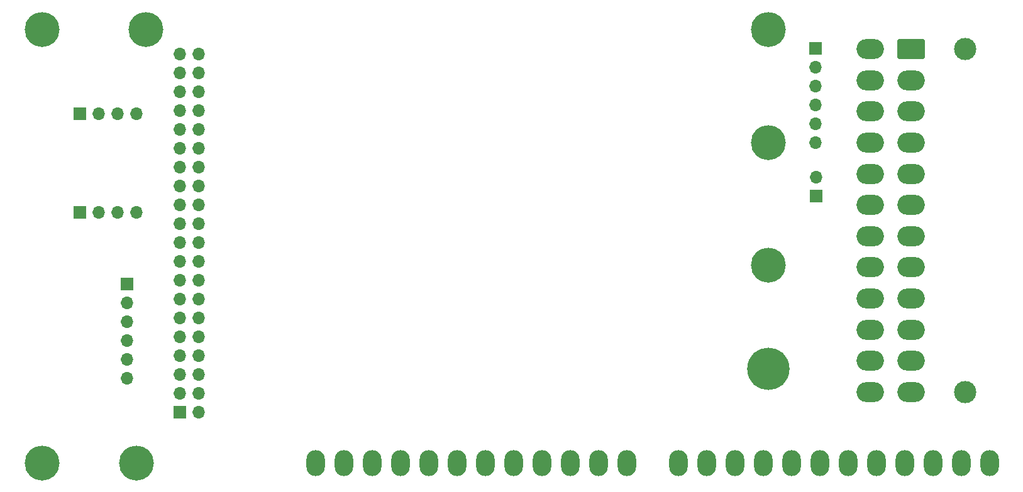
<source format=gbs>
G04 #@! TF.GenerationSoftware,KiCad,Pcbnew,(6.0.1)*
G04 #@! TF.CreationDate,2022-02-20T22:53:54-05:00*
G04 #@! TF.ProjectId,op_mainboard1,6f705f6d-6169-46e6-926f-617264312e6b,rev?*
G04 #@! TF.SameCoordinates,Original*
G04 #@! TF.FileFunction,Soldermask,Bot*
G04 #@! TF.FilePolarity,Negative*
%FSLAX46Y46*%
G04 Gerber Fmt 4.6, Leading zero omitted, Abs format (unit mm)*
G04 Created by KiCad (PCBNEW (6.0.1)) date 2022-02-20 22:53:54*
%MOMM*%
%LPD*%
G01*
G04 APERTURE LIST*
G04 Aperture macros list*
%AMRoundRect*
0 Rectangle with rounded corners*
0 $1 Rounding radius*
0 $2 $3 $4 $5 $6 $7 $8 $9 X,Y pos of 4 corners*
0 Add a 4 corners polygon primitive as box body*
4,1,4,$2,$3,$4,$5,$6,$7,$8,$9,$2,$3,0*
0 Add four circle primitives for the rounded corners*
1,1,$1+$1,$2,$3*
1,1,$1+$1,$4,$5*
1,1,$1+$1,$6,$7*
1,1,$1+$1,$8,$9*
0 Add four rect primitives between the rounded corners*
20,1,$1+$1,$2,$3,$4,$5,0*
20,1,$1+$1,$4,$5,$6,$7,0*
20,1,$1+$1,$6,$7,$8,$9,0*
20,1,$1+$1,$8,$9,$2,$3,0*%
G04 Aperture macros list end*
%ADD10R,1.700000X1.700000*%
%ADD11O,1.700000X1.700000*%
%ADD12C,4.700000*%
%ADD13C,5.700000*%
%ADD14C,3.000000*%
%ADD15RoundRect,0.250001X-1.599999X1.099999X-1.599999X-1.099999X1.599999X-1.099999X1.599999X1.099999X0*%
%ADD16O,3.700000X2.700000*%
%ADD17O,2.500000X3.500000*%
G04 APERTURE END LIST*
D10*
X54610000Y-131318000D03*
D11*
X57150000Y-131318000D03*
X59690000Y-131318000D03*
X62230000Y-131318000D03*
D10*
X60960000Y-140970000D03*
D11*
X60960000Y-143510000D03*
X60960000Y-146050000D03*
X60960000Y-148590000D03*
X60960000Y-151130000D03*
X60960000Y-153670000D03*
D12*
X49530000Y-106680000D03*
D10*
X54620000Y-118085000D03*
D11*
X57160000Y-118085000D03*
X59700000Y-118085000D03*
X62240000Y-118085000D03*
D12*
X62230000Y-165100000D03*
X147320000Y-121920000D03*
X147320000Y-138430000D03*
X49530000Y-165100000D03*
X63500000Y-106680000D03*
D10*
X153797000Y-129159000D03*
D11*
X153797000Y-126619000D03*
D12*
X147320000Y-106680000D03*
D10*
X153670000Y-109220000D03*
D11*
X153670000Y-111760000D03*
X153670000Y-114300000D03*
X153670000Y-116840000D03*
X153670000Y-119380000D03*
X153670000Y-121920000D03*
D13*
X147320000Y-152400000D03*
D14*
X173900000Y-155550000D03*
X173900000Y-109350000D03*
D15*
X166600000Y-109350000D03*
D16*
X166600000Y-113550000D03*
X166600000Y-117750000D03*
X166600000Y-121950000D03*
X166600000Y-126150000D03*
X166600000Y-130350000D03*
X166600000Y-134550000D03*
X166600000Y-138750000D03*
X166600000Y-142950000D03*
X166600000Y-147150000D03*
X166600000Y-151350000D03*
X166600000Y-155550000D03*
X161100000Y-109350000D03*
X161100000Y-113550000D03*
X161100000Y-117750000D03*
X161100000Y-121950000D03*
X161100000Y-126150000D03*
X161100000Y-130350000D03*
X161100000Y-134550000D03*
X161100000Y-138750000D03*
X161100000Y-142950000D03*
X161100000Y-147150000D03*
X161100000Y-151350000D03*
X161100000Y-155550000D03*
D10*
X68072000Y-158242000D03*
D11*
X70612000Y-158242000D03*
X68072000Y-155702000D03*
X70612000Y-155702000D03*
X68072000Y-153162000D03*
X70612000Y-153162000D03*
X68072000Y-150622000D03*
X70612000Y-150622000D03*
X68072000Y-148082000D03*
X70612000Y-148082000D03*
X68072000Y-145542000D03*
X70612000Y-145542000D03*
X68072000Y-143002000D03*
X70612000Y-143002000D03*
X68072000Y-140462000D03*
X70612000Y-140462000D03*
X68072000Y-137922000D03*
X70612000Y-137922000D03*
X68072000Y-135382000D03*
X70612000Y-135382000D03*
X68072000Y-132842000D03*
X70612000Y-132842000D03*
X68072000Y-130302000D03*
X70612000Y-130302000D03*
X68072000Y-127762000D03*
X70612000Y-127762000D03*
X68072000Y-125222000D03*
X70612000Y-125222000D03*
X68072000Y-122682000D03*
X70612000Y-122682000D03*
X68072000Y-120142000D03*
X70612000Y-120142000D03*
X68072000Y-117602000D03*
X70612000Y-117602000D03*
X68072000Y-115062000D03*
X70612000Y-115062000D03*
X68072000Y-112522000D03*
X70612000Y-112522000D03*
X68072000Y-109982000D03*
X70612000Y-109982000D03*
D17*
X86360000Y-165100000D03*
X90170000Y-165100000D03*
X93980000Y-165100000D03*
X97790000Y-165100000D03*
X101600000Y-165100000D03*
X105410000Y-165100000D03*
X109220000Y-165100000D03*
X113030000Y-165100000D03*
X116840000Y-165100000D03*
X120650000Y-165100000D03*
X124460000Y-165100000D03*
X128270000Y-165100000D03*
X135255000Y-165100000D03*
X139065000Y-165100000D03*
X142875000Y-165100000D03*
X146685000Y-165100000D03*
X150495000Y-165100000D03*
X154305000Y-165100000D03*
X158115000Y-165100000D03*
X161925000Y-165100000D03*
X165735000Y-165100000D03*
X169545000Y-165100000D03*
X173355000Y-165100000D03*
X177165000Y-165100000D03*
M02*

</source>
